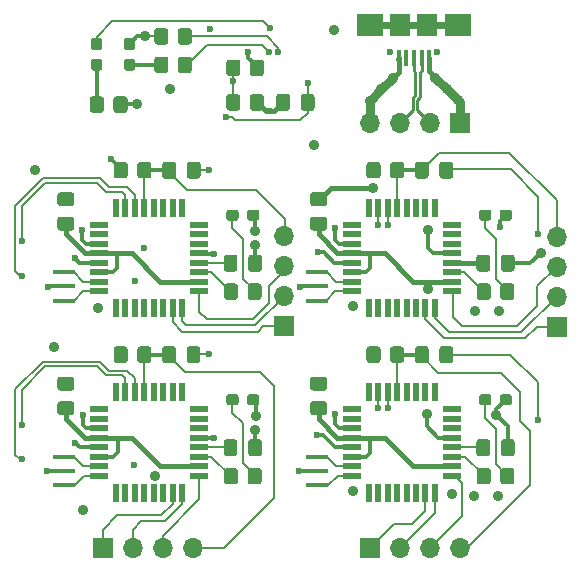
<source format=gbr>
%TF.GenerationSoftware,KiCad,Pcbnew,(5.1.12)-1*%
%TF.CreationDate,2022-03-26T18:35:52+01:00*%
%TF.ProjectId,Duino Coin,4475696e-6f20-4436-9f69-6e2e6b696361,rev?*%
%TF.SameCoordinates,Original*%
%TF.FileFunction,Copper,L1,Top*%
%TF.FilePolarity,Positive*%
%FSLAX46Y46*%
G04 Gerber Fmt 4.6, Leading zero omitted, Abs format (unit mm)*
G04 Created by KiCad (PCBNEW (5.1.12)-1) date 2022-03-26 18:35:52*
%MOMM*%
%LPD*%
G01*
G04 APERTURE LIST*
%TA.AperFunction,ComponentPad*%
%ADD10O,1.700000X1.700000*%
%TD*%
%TA.AperFunction,ComponentPad*%
%ADD11R,1.700000X1.700000*%
%TD*%
%TA.AperFunction,SMDPad,CuDef*%
%ADD12R,1.800000X1.900000*%
%TD*%
%TA.AperFunction,SMDPad,CuDef*%
%ADD13R,2.300000X1.900000*%
%TD*%
%TA.AperFunction,SMDPad,CuDef*%
%ADD14R,0.400000X1.400000*%
%TD*%
%TA.AperFunction,SMDPad,CuDef*%
%ADD15R,1.500000X0.600000*%
%TD*%
%TA.AperFunction,SMDPad,CuDef*%
%ADD16R,0.600000X1.500000*%
%TD*%
%TA.AperFunction,SMDPad,CuDef*%
%ADD17R,1.900000X0.400000*%
%TD*%
%TA.AperFunction,ViaPad*%
%ADD18C,0.600000*%
%TD*%
%TA.AperFunction,ViaPad*%
%ADD19C,0.900000*%
%TD*%
%TA.AperFunction,Conductor*%
%ADD20C,0.200000*%
%TD*%
%TA.AperFunction,Conductor*%
%ADD21C,0.300000*%
%TD*%
%TA.AperFunction,Conductor*%
%ADD22C,0.400000*%
%TD*%
%TA.AperFunction,Conductor*%
%ADD23C,0.800000*%
%TD*%
%TA.AperFunction,Conductor*%
%ADD24C,0.600000*%
%TD*%
%TA.AperFunction,Conductor*%
%ADD25C,0.228600*%
%TD*%
G04 APERTURE END LIST*
D10*
%TO.P,J2,4*%
%TO.N,/SS4*%
X198450200Y-109423200D03*
%TO.P,J2,3*%
%TO.N,/SCK4*%
X198450200Y-111963200D03*
%TO.P,J2,2*%
%TO.N,/MISO4*%
X198450200Y-114503200D03*
D11*
%TO.P,J2,1*%
%TO.N,/MOSI4*%
X198450200Y-117043200D03*
%TD*%
%TO.P,J6,1*%
%TO.N,/MOSI1*%
X175417480Y-117012720D03*
D10*
%TO.P,J6,2*%
%TO.N,/MISO1*%
X175417480Y-114472720D03*
%TO.P,J6,3*%
%TO.N,/SCK1*%
X175417480Y-111932720D03*
%TO.P,J6,4*%
%TO.N,/SS1*%
X175417480Y-109392720D03*
%TD*%
%TO.P,J5,4*%
%TO.N,/SS2*%
X167640000Y-135775700D03*
%TO.P,J5,3*%
%TO.N,/SCK2*%
X165100000Y-135775700D03*
%TO.P,J5,2*%
%TO.N,/MISO2*%
X162560000Y-135775700D03*
D11*
%TO.P,J5,1*%
%TO.N,/MOSI2*%
X160020000Y-135775700D03*
%TD*%
D10*
%TO.P,J3,4*%
%TO.N,/SS3*%
X190284100Y-135801100D03*
%TO.P,J3,3*%
%TO.N,/SCK3*%
X187744100Y-135801100D03*
%TO.P,J3,2*%
%TO.N,/MISO3*%
X185204100Y-135801100D03*
D11*
%TO.P,J3,1*%
%TO.N,/MOSI3*%
X182664100Y-135801100D03*
%TD*%
D12*
%TO.P,J1,6*%
%TO.N,Net-(J1-Pad6)*%
X185222500Y-91473500D03*
X187522500Y-91473500D03*
D13*
X182622500Y-91473500D03*
X190122500Y-91473500D03*
D14*
%TO.P,J1,5*%
%TO.N,GND*%
X185072500Y-94323500D03*
%TO.P,J1,4*%
%TO.N,Net-(J1-Pad4)*%
X185722500Y-94323500D03*
%TO.P,J1,3*%
%TO.N,/D+*%
X186372500Y-94323500D03*
%TO.P,J1,2*%
%TO.N,/D-*%
X187022500Y-94323500D03*
%TO.P,J1,1*%
%TO.N,+5V*%
X187672500Y-94323500D03*
%TD*%
D15*
%TO.P,IC2,1*%
%TO.N,Net-(IC2-Pad1)*%
X181101500Y-124037500D03*
%TO.P,IC2,2*%
%TO.N,Net-(IC2-Pad2)*%
X181101500Y-124837500D03*
%TO.P,IC2,3*%
%TO.N,GND*%
X181101500Y-125637500D03*
%TO.P,IC2,4*%
%TO.N,+5V*%
X181101500Y-126437500D03*
%TO.P,IC2,5*%
%TO.N,GND*%
X181101500Y-127237500D03*
%TO.P,IC2,6*%
%TO.N,+5V*%
X181101500Y-128037500D03*
%TO.P,IC2,7*%
%TO.N,Net-(IC2-Pad7)*%
X181101500Y-128837500D03*
%TO.P,IC2,8*%
%TO.N,Net-(IC2-Pad8)*%
X181101500Y-129637500D03*
D16*
%TO.P,IC2,9*%
%TO.N,Net-(IC2-Pad9)*%
X182551500Y-131087500D03*
%TO.P,IC2,10*%
%TO.N,Net-(IC2-Pad10)*%
X183351500Y-131087500D03*
%TO.P,IC2,11*%
%TO.N,Net-(IC2-Pad11)*%
X184151500Y-131087500D03*
%TO.P,IC2,12*%
%TO.N,Net-(IC2-Pad12)*%
X184951500Y-131087500D03*
%TO.P,IC2,13*%
%TO.N,Net-(IC2-Pad13)*%
X185751500Y-131087500D03*
%TO.P,IC2,14*%
%TO.N,Net-(IC2-Pad14)*%
X186551500Y-131087500D03*
%TO.P,IC2,15*%
%TO.N,/MOSI3*%
X187351500Y-131087500D03*
%TO.P,IC2,16*%
%TO.N,/MISO3*%
X188151500Y-131087500D03*
D15*
%TO.P,IC2,17*%
%TO.N,/SCK3*%
X189601500Y-129637500D03*
%TO.P,IC2,18*%
%TO.N,+5V*%
X189601500Y-128837500D03*
%TO.P,IC2,19*%
%TO.N,Net-(IC2-Pad19)*%
X189601500Y-128037500D03*
%TO.P,IC2,20*%
%TO.N,Net-(C15-Pad1)*%
X189601500Y-127237500D03*
%TO.P,IC2,21*%
%TO.N,GND*%
X189601500Y-126437500D03*
%TO.P,IC2,22*%
%TO.N,Net-(IC2-Pad22)*%
X189601500Y-125637500D03*
%TO.P,IC2,23*%
%TO.N,Net-(IC2-Pad23)*%
X189601500Y-124837500D03*
%TO.P,IC2,24*%
%TO.N,Net-(IC2-Pad24)*%
X189601500Y-124037500D03*
D16*
%TO.P,IC2,25*%
%TO.N,Net-(IC2-Pad25)*%
X188151500Y-122587500D03*
%TO.P,IC2,26*%
%TO.N,Net-(IC2-Pad26)*%
X187351500Y-122587500D03*
%TO.P,IC2,27*%
%TO.N,Net-(IC2-Pad27)*%
X186551500Y-122587500D03*
%TO.P,IC2,28*%
%TO.N,Net-(IC2-Pad28)*%
X185751500Y-122587500D03*
%TO.P,IC2,29*%
%TO.N,/SS3*%
X184951500Y-122587500D03*
%TO.P,IC2,30*%
%TO.N,/RXD_3*%
X184151500Y-122587500D03*
%TO.P,IC2,31*%
%TO.N,/TXD_3*%
X183351500Y-122587500D03*
%TO.P,IC2,32*%
%TO.N,Net-(IC2-Pad32)*%
X182551500Y-122587500D03*
%TD*%
D15*
%TO.P,IC1,1*%
%TO.N,Net-(IC1-Pad1)*%
X159702000Y-124037500D03*
%TO.P,IC1,2*%
%TO.N,Net-(IC1-Pad2)*%
X159702000Y-124837500D03*
%TO.P,IC1,3*%
%TO.N,GND*%
X159702000Y-125637500D03*
%TO.P,IC1,4*%
%TO.N,+5V*%
X159702000Y-126437500D03*
%TO.P,IC1,5*%
%TO.N,GND*%
X159702000Y-127237500D03*
%TO.P,IC1,6*%
%TO.N,+5V*%
X159702000Y-128037500D03*
%TO.P,IC1,7*%
%TO.N,Net-(IC1-Pad7)*%
X159702000Y-128837500D03*
%TO.P,IC1,8*%
%TO.N,Net-(IC1-Pad8)*%
X159702000Y-129637500D03*
D16*
%TO.P,IC1,9*%
%TO.N,Net-(IC1-Pad9)*%
X161152000Y-131087500D03*
%TO.P,IC1,10*%
%TO.N,Net-(IC1-Pad10)*%
X161952000Y-131087500D03*
%TO.P,IC1,11*%
%TO.N,Net-(IC1-Pad11)*%
X162752000Y-131087500D03*
%TO.P,IC1,12*%
%TO.N,Net-(IC1-Pad12)*%
X163552000Y-131087500D03*
%TO.P,IC1,13*%
%TO.N,Net-(IC1-Pad13)*%
X164352000Y-131087500D03*
%TO.P,IC1,14*%
%TO.N,Net-(IC1-Pad14)*%
X165152000Y-131087500D03*
%TO.P,IC1,15*%
%TO.N,/MOSI2*%
X165952000Y-131087500D03*
%TO.P,IC1,16*%
%TO.N,/MISO2*%
X166752000Y-131087500D03*
D15*
%TO.P,IC1,17*%
%TO.N,/SCK2*%
X168202000Y-129637500D03*
%TO.P,IC1,18*%
%TO.N,+5V*%
X168202000Y-128837500D03*
%TO.P,IC1,19*%
%TO.N,Net-(IC1-Pad19)*%
X168202000Y-128037500D03*
%TO.P,IC1,20*%
%TO.N,Net-(C14-Pad1)*%
X168202000Y-127237500D03*
%TO.P,IC1,21*%
%TO.N,GND*%
X168202000Y-126437500D03*
%TO.P,IC1,22*%
%TO.N,Net-(IC1-Pad22)*%
X168202000Y-125637500D03*
%TO.P,IC1,23*%
%TO.N,Net-(IC1-Pad23)*%
X168202000Y-124837500D03*
%TO.P,IC1,24*%
%TO.N,Net-(IC1-Pad24)*%
X168202000Y-124037500D03*
D16*
%TO.P,IC1,25*%
%TO.N,Net-(IC1-Pad25)*%
X166752000Y-122587500D03*
%TO.P,IC1,26*%
%TO.N,Net-(IC1-Pad26)*%
X165952000Y-122587500D03*
%TO.P,IC1,27*%
%TO.N,Net-(IC1-Pad27)*%
X165152000Y-122587500D03*
%TO.P,IC1,28*%
%TO.N,Net-(IC1-Pad28)*%
X164352000Y-122587500D03*
%TO.P,IC1,29*%
%TO.N,/SS2*%
X163552000Y-122587500D03*
%TO.P,IC1,30*%
%TO.N,/RXD_2*%
X162752000Y-122587500D03*
%TO.P,IC1,31*%
%TO.N,/TXD_2*%
X161952000Y-122587500D03*
%TO.P,IC1,32*%
%TO.N,Net-(IC1-Pad32)*%
X161152000Y-122587500D03*
%TD*%
D15*
%TO.P,IC4,1*%
%TO.N,Net-(IC4-Pad1)*%
X181101500Y-108416500D03*
%TO.P,IC4,2*%
%TO.N,Net-(IC4-Pad2)*%
X181101500Y-109216500D03*
%TO.P,IC4,3*%
%TO.N,GND*%
X181101500Y-110016500D03*
%TO.P,IC4,4*%
%TO.N,+5V*%
X181101500Y-110816500D03*
%TO.P,IC4,5*%
%TO.N,GND*%
X181101500Y-111616500D03*
%TO.P,IC4,6*%
%TO.N,+5V*%
X181101500Y-112416500D03*
%TO.P,IC4,7*%
%TO.N,Net-(IC4-Pad7)*%
X181101500Y-113216500D03*
%TO.P,IC4,8*%
%TO.N,Net-(IC4-Pad8)*%
X181101500Y-114016500D03*
D16*
%TO.P,IC4,9*%
%TO.N,Net-(IC4-Pad9)*%
X182551500Y-115466500D03*
%TO.P,IC4,10*%
%TO.N,Net-(IC4-Pad10)*%
X183351500Y-115466500D03*
%TO.P,IC4,11*%
%TO.N,Net-(IC4-Pad11)*%
X184151500Y-115466500D03*
%TO.P,IC4,12*%
%TO.N,Net-(IC4-Pad12)*%
X184951500Y-115466500D03*
%TO.P,IC4,13*%
%TO.N,Net-(IC4-Pad13)*%
X185751500Y-115466500D03*
%TO.P,IC4,14*%
%TO.N,Net-(IC4-Pad14)*%
X186551500Y-115466500D03*
%TO.P,IC4,15*%
%TO.N,/MOSI4*%
X187351500Y-115466500D03*
%TO.P,IC4,16*%
%TO.N,/MISO4*%
X188151500Y-115466500D03*
D15*
%TO.P,IC4,17*%
%TO.N,/SCK4*%
X189601500Y-114016500D03*
%TO.P,IC4,18*%
%TO.N,+5V*%
X189601500Y-113216500D03*
%TO.P,IC4,19*%
%TO.N,Net-(IC4-Pad19)*%
X189601500Y-112416500D03*
%TO.P,IC4,20*%
%TO.N,Net-(C17-Pad1)*%
X189601500Y-111616500D03*
%TO.P,IC4,21*%
%TO.N,GND*%
X189601500Y-110816500D03*
%TO.P,IC4,22*%
%TO.N,Net-(IC4-Pad22)*%
X189601500Y-110016500D03*
%TO.P,IC4,23*%
%TO.N,Net-(IC4-Pad23)*%
X189601500Y-109216500D03*
%TO.P,IC4,24*%
%TO.N,Net-(IC4-Pad24)*%
X189601500Y-108416500D03*
D16*
%TO.P,IC4,25*%
%TO.N,Net-(IC4-Pad25)*%
X188151500Y-106966500D03*
%TO.P,IC4,26*%
%TO.N,Net-(IC4-Pad26)*%
X187351500Y-106966500D03*
%TO.P,IC4,27*%
%TO.N,Net-(IC4-Pad27)*%
X186551500Y-106966500D03*
%TO.P,IC4,28*%
%TO.N,Net-(IC4-Pad28)*%
X185751500Y-106966500D03*
%TO.P,IC4,29*%
%TO.N,/SS4*%
X184951500Y-106966500D03*
%TO.P,IC4,30*%
%TO.N,/RXD_4*%
X184151500Y-106966500D03*
%TO.P,IC4,31*%
%TO.N,/TXD_4*%
X183351500Y-106966500D03*
%TO.P,IC4,32*%
%TO.N,Net-(IC4-Pad32)*%
X182551500Y-106966500D03*
%TD*%
D15*
%TO.P,IC3,1*%
%TO.N,Net-(IC3-Pad1)*%
X159702000Y-108416500D03*
%TO.P,IC3,2*%
%TO.N,Net-(IC3-Pad2)*%
X159702000Y-109216500D03*
%TO.P,IC3,3*%
%TO.N,GND*%
X159702000Y-110016500D03*
%TO.P,IC3,4*%
%TO.N,+5V*%
X159702000Y-110816500D03*
%TO.P,IC3,5*%
%TO.N,GND*%
X159702000Y-111616500D03*
%TO.P,IC3,6*%
%TO.N,+5V*%
X159702000Y-112416500D03*
%TO.P,IC3,7*%
%TO.N,Net-(IC3-Pad7)*%
X159702000Y-113216500D03*
%TO.P,IC3,8*%
%TO.N,Net-(IC3-Pad8)*%
X159702000Y-114016500D03*
D16*
%TO.P,IC3,9*%
%TO.N,Net-(IC3-Pad9)*%
X161152000Y-115466500D03*
%TO.P,IC3,10*%
%TO.N,Net-(IC3-Pad10)*%
X161952000Y-115466500D03*
%TO.P,IC3,11*%
%TO.N,Net-(IC3-Pad11)*%
X162752000Y-115466500D03*
%TO.P,IC3,12*%
%TO.N,Net-(IC3-Pad12)*%
X163552000Y-115466500D03*
%TO.P,IC3,13*%
%TO.N,Net-(IC3-Pad13)*%
X164352000Y-115466500D03*
%TO.P,IC3,14*%
%TO.N,Net-(IC3-Pad14)*%
X165152000Y-115466500D03*
%TO.P,IC3,15*%
%TO.N,/MOSI1*%
X165952000Y-115466500D03*
%TO.P,IC3,16*%
%TO.N,/MISO1*%
X166752000Y-115466500D03*
D15*
%TO.P,IC3,17*%
%TO.N,/SCK1*%
X168202000Y-114016500D03*
%TO.P,IC3,18*%
%TO.N,+5V*%
X168202000Y-113216500D03*
%TO.P,IC3,19*%
%TO.N,Net-(IC3-Pad19)*%
X168202000Y-112416500D03*
%TO.P,IC3,20*%
%TO.N,Net-(C16-Pad1)*%
X168202000Y-111616500D03*
%TO.P,IC3,21*%
%TO.N,GND*%
X168202000Y-110816500D03*
%TO.P,IC3,22*%
%TO.N,Net-(IC3-Pad22)*%
X168202000Y-110016500D03*
%TO.P,IC3,23*%
%TO.N,Net-(IC3-Pad23)*%
X168202000Y-109216500D03*
%TO.P,IC3,24*%
%TO.N,Net-(IC3-Pad24)*%
X168202000Y-108416500D03*
D16*
%TO.P,IC3,25*%
%TO.N,Net-(IC3-Pad25)*%
X166752000Y-106966500D03*
%TO.P,IC3,26*%
%TO.N,Net-(IC3-Pad26)*%
X165952000Y-106966500D03*
%TO.P,IC3,27*%
%TO.N,Net-(IC3-Pad27)*%
X165152000Y-106966500D03*
%TO.P,IC3,28*%
%TO.N,Net-(IC3-Pad28)*%
X164352000Y-106966500D03*
%TO.P,IC3,29*%
%TO.N,/SS1*%
X163552000Y-106966500D03*
%TO.P,IC3,30*%
%TO.N,/RXD_1*%
X162752000Y-106966500D03*
%TO.P,IC3,31*%
%TO.N,/TXD_1*%
X161952000Y-106966500D03*
%TO.P,IC3,32*%
%TO.N,Net-(IC3-Pad32)*%
X161152000Y-106966500D03*
%TD*%
D17*
%TO.P,Y4,2*%
%TO.N,GND*%
X178176000Y-113629500D03*
%TO.P,Y4,1*%
%TO.N,Net-(IC4-Pad7)*%
X178176000Y-112429500D03*
%TO.P,Y4,3*%
%TO.N,Net-(IC4-Pad8)*%
X178176000Y-114829500D03*
%TD*%
%TO.P,Y3,2*%
%TO.N,GND*%
X156776500Y-113629500D03*
%TO.P,Y3,1*%
%TO.N,Net-(IC3-Pad7)*%
X156776500Y-112429500D03*
%TO.P,Y3,3*%
%TO.N,Net-(IC3-Pad8)*%
X156776500Y-114829500D03*
%TD*%
%TO.P,Y2,2*%
%TO.N,GND*%
X178176000Y-129250500D03*
%TO.P,Y2,1*%
%TO.N,Net-(IC2-Pad7)*%
X178176000Y-128050500D03*
%TO.P,Y2,3*%
%TO.N,Net-(IC2-Pad8)*%
X178176000Y-130450500D03*
%TD*%
%TO.P,Y1,2*%
%TO.N,GND*%
X156776500Y-129250500D03*
%TO.P,Y1,1*%
%TO.N,Net-(IC1-Pad7)*%
X156776500Y-128050500D03*
%TO.P,Y1,3*%
%TO.N,Net-(IC1-Pad8)*%
X156776500Y-130450500D03*
%TD*%
D11*
%TO.P,J4,1*%
%TO.N,+5V*%
X190296800Y-99771200D03*
D10*
%TO.P,J4,2*%
%TO.N,/D-*%
X187756800Y-99771200D03*
%TO.P,J4,3*%
%TO.N,/D+*%
X185216800Y-99771200D03*
%TO.P,J4,4*%
%TO.N,GND*%
X182676800Y-99771200D03*
%TD*%
%TO.P,R30,2*%
%TO.N,GND*%
%TA.AperFunction,SMDPad,CuDef*%
G36*
G01*
X160928000Y-98684501D02*
X160928000Y-97784499D01*
G75*
G02*
X161177999Y-97534500I249999J0D01*
G01*
X161878001Y-97534500D01*
G75*
G02*
X162128000Y-97784499I0J-249999D01*
G01*
X162128000Y-98684501D01*
G75*
G02*
X161878001Y-98934500I-249999J0D01*
G01*
X161177999Y-98934500D01*
G75*
G02*
X160928000Y-98684501I0J249999D01*
G01*
G37*
%TD.AperFunction*%
%TO.P,R30,1*%
%TO.N,Net-(D17-Pad1)*%
%TA.AperFunction,SMDPad,CuDef*%
G36*
G01*
X158928000Y-98684501D02*
X158928000Y-97784499D01*
G75*
G02*
X159177999Y-97534500I249999J0D01*
G01*
X159878001Y-97534500D01*
G75*
G02*
X160128000Y-97784499I0J-249999D01*
G01*
X160128000Y-98684501D01*
G75*
G02*
X159878001Y-98934500I-249999J0D01*
G01*
X159177999Y-98934500D01*
G75*
G02*
X158928000Y-98684501I0J249999D01*
G01*
G37*
%TD.AperFunction*%
%TD*%
%TO.P,R28,2*%
%TO.N,Net-(R28-Pad2)*%
%TA.AperFunction,SMDPad,CuDef*%
G36*
G01*
X166389000Y-92906001D02*
X166389000Y-92005999D01*
G75*
G02*
X166638999Y-91756000I249999J0D01*
G01*
X167339001Y-91756000D01*
G75*
G02*
X167589000Y-92005999I0J-249999D01*
G01*
X167589000Y-92906001D01*
G75*
G02*
X167339001Y-93156000I-249999J0D01*
G01*
X166638999Y-93156000D01*
G75*
G02*
X166389000Y-92906001I0J249999D01*
G01*
G37*
%TD.AperFunction*%
%TO.P,R28,1*%
%TO.N,+3V3*%
%TA.AperFunction,SMDPad,CuDef*%
G36*
G01*
X164389000Y-92906001D02*
X164389000Y-92005999D01*
G75*
G02*
X164638999Y-91756000I249999J0D01*
G01*
X165339001Y-91756000D01*
G75*
G02*
X165589000Y-92005999I0J-249999D01*
G01*
X165589000Y-92906001D01*
G75*
G02*
X165339001Y-93156000I-249999J0D01*
G01*
X164638999Y-93156000D01*
G75*
G02*
X164389000Y-92906001I0J249999D01*
G01*
G37*
%TD.AperFunction*%
%TD*%
%TO.P,R27,2*%
%TO.N,Net-(R27-Pad2)*%
%TA.AperFunction,SMDPad,CuDef*%
G36*
G01*
X166389000Y-95319001D02*
X166389000Y-94418999D01*
G75*
G02*
X166638999Y-94169000I249999J0D01*
G01*
X167339001Y-94169000D01*
G75*
G02*
X167589000Y-94418999I0J-249999D01*
G01*
X167589000Y-95319001D01*
G75*
G02*
X167339001Y-95569000I-249999J0D01*
G01*
X166638999Y-95569000D01*
G75*
G02*
X166389000Y-95319001I0J249999D01*
G01*
G37*
%TD.AperFunction*%
%TO.P,R27,1*%
%TO.N,Net-(D13-Pad1)*%
%TA.AperFunction,SMDPad,CuDef*%
G36*
G01*
X164389000Y-95319001D02*
X164389000Y-94418999D01*
G75*
G02*
X164638999Y-94169000I249999J0D01*
G01*
X165339001Y-94169000D01*
G75*
G02*
X165589000Y-94418999I0J-249999D01*
G01*
X165589000Y-95319001D01*
G75*
G02*
X165339001Y-95569000I-249999J0D01*
G01*
X164638999Y-95569000D01*
G75*
G02*
X164389000Y-95319001I0J249999D01*
G01*
G37*
%TD.AperFunction*%
%TD*%
%TO.P,R26,2*%
%TO.N,GND*%
%TA.AperFunction,SMDPad,CuDef*%
G36*
G01*
X172485000Y-98494001D02*
X172485000Y-97593999D01*
G75*
G02*
X172734999Y-97344000I249999J0D01*
G01*
X173435001Y-97344000D01*
G75*
G02*
X173685000Y-97593999I0J-249999D01*
G01*
X173685000Y-98494001D01*
G75*
G02*
X173435001Y-98744000I-249999J0D01*
G01*
X172734999Y-98744000D01*
G75*
G02*
X172485000Y-98494001I0J249999D01*
G01*
G37*
%TD.AperFunction*%
%TO.P,R26,1*%
%TO.N,Net-(R25-Pad2)*%
%TA.AperFunction,SMDPad,CuDef*%
G36*
G01*
X170485000Y-98494001D02*
X170485000Y-97593999D01*
G75*
G02*
X170734999Y-97344000I249999J0D01*
G01*
X171435001Y-97344000D01*
G75*
G02*
X171685000Y-97593999I0J-249999D01*
G01*
X171685000Y-98494001D01*
G75*
G02*
X171435001Y-98744000I-249999J0D01*
G01*
X170734999Y-98744000D01*
G75*
G02*
X170485000Y-98494001I0J249999D01*
G01*
G37*
%TD.AperFunction*%
%TD*%
%TO.P,R25,2*%
%TO.N,Net-(R25-Pad2)*%
%TA.AperFunction,SMDPad,CuDef*%
G36*
G01*
X171685000Y-94672999D02*
X171685000Y-95573001D01*
G75*
G02*
X171435001Y-95823000I-249999J0D01*
G01*
X170734999Y-95823000D01*
G75*
G02*
X170485000Y-95573001I0J249999D01*
G01*
X170485000Y-94672999D01*
G75*
G02*
X170734999Y-94423000I249999J0D01*
G01*
X171435001Y-94423000D01*
G75*
G02*
X171685000Y-94672999I0J-249999D01*
G01*
G37*
%TD.AperFunction*%
%TO.P,R25,1*%
%TO.N,+5V*%
%TA.AperFunction,SMDPad,CuDef*%
G36*
G01*
X173685000Y-94672999D02*
X173685000Y-95573001D01*
G75*
G02*
X173435001Y-95823000I-249999J0D01*
G01*
X172734999Y-95823000D01*
G75*
G02*
X172485000Y-95573001I0J249999D01*
G01*
X172485000Y-94672999D01*
G75*
G02*
X172734999Y-94423000I249999J0D01*
G01*
X173435001Y-94423000D01*
G75*
G02*
X173685000Y-94672999I0J-249999D01*
G01*
G37*
%TD.AperFunction*%
%TD*%
%TO.P,R24,2*%
%TO.N,Net-(IC4-Pad19)*%
%TA.AperFunction,SMDPad,CuDef*%
G36*
G01*
X192889000Y-113623999D02*
X192889000Y-114524001D01*
G75*
G02*
X192639001Y-114774000I-249999J0D01*
G01*
X191938999Y-114774000D01*
G75*
G02*
X191689000Y-114524001I0J249999D01*
G01*
X191689000Y-113623999D01*
G75*
G02*
X191938999Y-113374000I249999J0D01*
G01*
X192639001Y-113374000D01*
G75*
G02*
X192889000Y-113623999I0J-249999D01*
G01*
G37*
%TD.AperFunction*%
%TO.P,R24,1*%
%TO.N,Net-(D12-Pad2)*%
%TA.AperFunction,SMDPad,CuDef*%
G36*
G01*
X194889000Y-113623999D02*
X194889000Y-114524001D01*
G75*
G02*
X194639001Y-114774000I-249999J0D01*
G01*
X193938999Y-114774000D01*
G75*
G02*
X193689000Y-114524001I0J249999D01*
G01*
X193689000Y-113623999D01*
G75*
G02*
X193938999Y-113374000I249999J0D01*
G01*
X194639001Y-113374000D01*
G75*
G02*
X194889000Y-113623999I0J-249999D01*
G01*
G37*
%TD.AperFunction*%
%TD*%
%TO.P,R23,2*%
%TO.N,Net-(IC3-Pad19)*%
%TA.AperFunction,SMDPad,CuDef*%
G36*
G01*
X171489500Y-113623999D02*
X171489500Y-114524001D01*
G75*
G02*
X171239501Y-114774000I-249999J0D01*
G01*
X170539499Y-114774000D01*
G75*
G02*
X170289500Y-114524001I0J249999D01*
G01*
X170289500Y-113623999D01*
G75*
G02*
X170539499Y-113374000I249999J0D01*
G01*
X171239501Y-113374000D01*
G75*
G02*
X171489500Y-113623999I0J-249999D01*
G01*
G37*
%TD.AperFunction*%
%TO.P,R23,1*%
%TO.N,Net-(D11-Pad2)*%
%TA.AperFunction,SMDPad,CuDef*%
G36*
G01*
X173489500Y-113623999D02*
X173489500Y-114524001D01*
G75*
G02*
X173239501Y-114774000I-249999J0D01*
G01*
X172539499Y-114774000D01*
G75*
G02*
X172289500Y-114524001I0J249999D01*
G01*
X172289500Y-113623999D01*
G75*
G02*
X172539499Y-113374000I249999J0D01*
G01*
X173239501Y-113374000D01*
G75*
G02*
X173489500Y-113623999I0J-249999D01*
G01*
G37*
%TD.AperFunction*%
%TD*%
%TO.P,R22,2*%
%TO.N,Net-(IC2-Pad19)*%
%TA.AperFunction,SMDPad,CuDef*%
G36*
G01*
X192889000Y-129244999D02*
X192889000Y-130145001D01*
G75*
G02*
X192639001Y-130395000I-249999J0D01*
G01*
X191938999Y-130395000D01*
G75*
G02*
X191689000Y-130145001I0J249999D01*
G01*
X191689000Y-129244999D01*
G75*
G02*
X191938999Y-128995000I249999J0D01*
G01*
X192639001Y-128995000D01*
G75*
G02*
X192889000Y-129244999I0J-249999D01*
G01*
G37*
%TD.AperFunction*%
%TO.P,R22,1*%
%TO.N,Net-(D10-Pad2)*%
%TA.AperFunction,SMDPad,CuDef*%
G36*
G01*
X194889000Y-129244999D02*
X194889000Y-130145001D01*
G75*
G02*
X194639001Y-130395000I-249999J0D01*
G01*
X193938999Y-130395000D01*
G75*
G02*
X193689000Y-130145001I0J249999D01*
G01*
X193689000Y-129244999D01*
G75*
G02*
X193938999Y-128995000I249999J0D01*
G01*
X194639001Y-128995000D01*
G75*
G02*
X194889000Y-129244999I0J-249999D01*
G01*
G37*
%TD.AperFunction*%
%TD*%
%TO.P,R21,2*%
%TO.N,Net-(IC1-Pad19)*%
%TA.AperFunction,SMDPad,CuDef*%
G36*
G01*
X171489500Y-129244999D02*
X171489500Y-130145001D01*
G75*
G02*
X171239501Y-130395000I-249999J0D01*
G01*
X170539499Y-130395000D01*
G75*
G02*
X170289500Y-130145001I0J249999D01*
G01*
X170289500Y-129244999D01*
G75*
G02*
X170539499Y-128995000I249999J0D01*
G01*
X171239501Y-128995000D01*
G75*
G02*
X171489500Y-129244999I0J-249999D01*
G01*
G37*
%TD.AperFunction*%
%TO.P,R21,1*%
%TO.N,Net-(D9-Pad2)*%
%TA.AperFunction,SMDPad,CuDef*%
G36*
G01*
X173489500Y-129244999D02*
X173489500Y-130145001D01*
G75*
G02*
X173239501Y-130395000I-249999J0D01*
G01*
X172539499Y-130395000D01*
G75*
G02*
X172289500Y-130145001I0J249999D01*
G01*
X172289500Y-129244999D01*
G75*
G02*
X172539499Y-128995000I249999J0D01*
G01*
X173239501Y-128995000D01*
G75*
G02*
X173489500Y-129244999I0J-249999D01*
G01*
G37*
%TD.AperFunction*%
%TD*%
%TO.P,R20,1*%
%TO.N,+5V*%
%TA.AperFunction,SMDPad,CuDef*%
G36*
G01*
X182354500Y-104237001D02*
X182354500Y-103336999D01*
G75*
G02*
X182604499Y-103087000I249999J0D01*
G01*
X183304501Y-103087000D01*
G75*
G02*
X183554500Y-103336999I0J-249999D01*
G01*
X183554500Y-104237001D01*
G75*
G02*
X183304501Y-104487000I-249999J0D01*
G01*
X182604499Y-104487000D01*
G75*
G02*
X182354500Y-104237001I0J249999D01*
G01*
G37*
%TD.AperFunction*%
%TO.P,R20,2*%
%TO.N,/SS4*%
%TA.AperFunction,SMDPad,CuDef*%
G36*
G01*
X184354500Y-104237001D02*
X184354500Y-103336999D01*
G75*
G02*
X184604499Y-103087000I249999J0D01*
G01*
X185304501Y-103087000D01*
G75*
G02*
X185554500Y-103336999I0J-249999D01*
G01*
X185554500Y-104237001D01*
G75*
G02*
X185304501Y-104487000I-249999J0D01*
G01*
X184604499Y-104487000D01*
G75*
G02*
X184354500Y-104237001I0J249999D01*
G01*
G37*
%TD.AperFunction*%
%TD*%
%TO.P,R19,1*%
%TO.N,+5V*%
%TA.AperFunction,SMDPad,CuDef*%
G36*
G01*
X160955000Y-104237001D02*
X160955000Y-103336999D01*
G75*
G02*
X161204999Y-103087000I249999J0D01*
G01*
X161905001Y-103087000D01*
G75*
G02*
X162155000Y-103336999I0J-249999D01*
G01*
X162155000Y-104237001D01*
G75*
G02*
X161905001Y-104487000I-249999J0D01*
G01*
X161204999Y-104487000D01*
G75*
G02*
X160955000Y-104237001I0J249999D01*
G01*
G37*
%TD.AperFunction*%
%TO.P,R19,2*%
%TO.N,/SS1*%
%TA.AperFunction,SMDPad,CuDef*%
G36*
G01*
X162955000Y-104237001D02*
X162955000Y-103336999D01*
G75*
G02*
X163204999Y-103087000I249999J0D01*
G01*
X163905001Y-103087000D01*
G75*
G02*
X164155000Y-103336999I0J-249999D01*
G01*
X164155000Y-104237001D01*
G75*
G02*
X163905001Y-104487000I-249999J0D01*
G01*
X163204999Y-104487000D01*
G75*
G02*
X162955000Y-104237001I0J249999D01*
G01*
G37*
%TD.AperFunction*%
%TD*%
%TO.P,R18,1*%
%TO.N,+5V*%
%TA.AperFunction,SMDPad,CuDef*%
G36*
G01*
X182354500Y-119858001D02*
X182354500Y-118957999D01*
G75*
G02*
X182604499Y-118708000I249999J0D01*
G01*
X183304501Y-118708000D01*
G75*
G02*
X183554500Y-118957999I0J-249999D01*
G01*
X183554500Y-119858001D01*
G75*
G02*
X183304501Y-120108000I-249999J0D01*
G01*
X182604499Y-120108000D01*
G75*
G02*
X182354500Y-119858001I0J249999D01*
G01*
G37*
%TD.AperFunction*%
%TO.P,R18,2*%
%TO.N,/SS3*%
%TA.AperFunction,SMDPad,CuDef*%
G36*
G01*
X184354500Y-119858001D02*
X184354500Y-118957999D01*
G75*
G02*
X184604499Y-118708000I249999J0D01*
G01*
X185304501Y-118708000D01*
G75*
G02*
X185554500Y-118957999I0J-249999D01*
G01*
X185554500Y-119858001D01*
G75*
G02*
X185304501Y-120108000I-249999J0D01*
G01*
X184604499Y-120108000D01*
G75*
G02*
X184354500Y-119858001I0J249999D01*
G01*
G37*
%TD.AperFunction*%
%TD*%
%TO.P,R17,1*%
%TO.N,+5V*%
%TA.AperFunction,SMDPad,CuDef*%
G36*
G01*
X160955000Y-119858001D02*
X160955000Y-118957999D01*
G75*
G02*
X161204999Y-118708000I249999J0D01*
G01*
X161905001Y-118708000D01*
G75*
G02*
X162155000Y-118957999I0J-249999D01*
G01*
X162155000Y-119858001D01*
G75*
G02*
X161905001Y-120108000I-249999J0D01*
G01*
X161204999Y-120108000D01*
G75*
G02*
X160955000Y-119858001I0J249999D01*
G01*
G37*
%TD.AperFunction*%
%TO.P,R17,2*%
%TO.N,/SS2*%
%TA.AperFunction,SMDPad,CuDef*%
G36*
G01*
X162955000Y-119858001D02*
X162955000Y-118957999D01*
G75*
G02*
X163204999Y-118708000I249999J0D01*
G01*
X163905001Y-118708000D01*
G75*
G02*
X164155000Y-118957999I0J-249999D01*
G01*
X164155000Y-119858001D01*
G75*
G02*
X163905001Y-120108000I-249999J0D01*
G01*
X163204999Y-120108000D01*
G75*
G02*
X162955000Y-119858001I0J249999D01*
G01*
G37*
%TD.AperFunction*%
%TD*%
%TO.P,D17,2*%
%TO.N,Net-(D17-Pad2)*%
%TA.AperFunction,SMDPad,CuDef*%
G36*
G01*
X159749500Y-93630000D02*
X159274500Y-93630000D01*
G75*
G02*
X159037000Y-93392500I0J237500D01*
G01*
X159037000Y-92817500D01*
G75*
G02*
X159274500Y-92580000I237500J0D01*
G01*
X159749500Y-92580000D01*
G75*
G02*
X159987000Y-92817500I0J-237500D01*
G01*
X159987000Y-93392500D01*
G75*
G02*
X159749500Y-93630000I-237500J0D01*
G01*
G37*
%TD.AperFunction*%
%TO.P,D17,1*%
%TO.N,Net-(D17-Pad1)*%
%TA.AperFunction,SMDPad,CuDef*%
G36*
G01*
X159749500Y-95380000D02*
X159274500Y-95380000D01*
G75*
G02*
X159037000Y-95142500I0J237500D01*
G01*
X159037000Y-94567500D01*
G75*
G02*
X159274500Y-94330000I237500J0D01*
G01*
X159749500Y-94330000D01*
G75*
G02*
X159987000Y-94567500I0J-237500D01*
G01*
X159987000Y-95142500D01*
G75*
G02*
X159749500Y-95380000I-237500J0D01*
G01*
G37*
%TD.AperFunction*%
%TD*%
%TO.P,D13,2*%
%TO.N,+3V3*%
%TA.AperFunction,SMDPad,CuDef*%
G36*
G01*
X162543500Y-93630000D02*
X162068500Y-93630000D01*
G75*
G02*
X161831000Y-93392500I0J237500D01*
G01*
X161831000Y-92817500D01*
G75*
G02*
X162068500Y-92580000I237500J0D01*
G01*
X162543500Y-92580000D01*
G75*
G02*
X162781000Y-92817500I0J-237500D01*
G01*
X162781000Y-93392500D01*
G75*
G02*
X162543500Y-93630000I-237500J0D01*
G01*
G37*
%TD.AperFunction*%
%TO.P,D13,1*%
%TO.N,Net-(D13-Pad1)*%
%TA.AperFunction,SMDPad,CuDef*%
G36*
G01*
X162543500Y-95380000D02*
X162068500Y-95380000D01*
G75*
G02*
X161831000Y-95142500I0J237500D01*
G01*
X161831000Y-94567500D01*
G75*
G02*
X162068500Y-94330000I237500J0D01*
G01*
X162543500Y-94330000D01*
G75*
G02*
X162781000Y-94567500I0J-237500D01*
G01*
X162781000Y-95142500D01*
G75*
G02*
X162543500Y-95380000I-237500J0D01*
G01*
G37*
%TD.AperFunction*%
%TD*%
%TO.P,D12,2*%
%TO.N,Net-(D12-Pad2)*%
%TA.AperFunction,SMDPad,CuDef*%
G36*
G01*
X192939000Y-107359500D02*
X192939000Y-107834500D01*
G75*
G02*
X192701500Y-108072000I-237500J0D01*
G01*
X192126500Y-108072000D01*
G75*
G02*
X191889000Y-107834500I0J237500D01*
G01*
X191889000Y-107359500D01*
G75*
G02*
X192126500Y-107122000I237500J0D01*
G01*
X192701500Y-107122000D01*
G75*
G02*
X192939000Y-107359500I0J-237500D01*
G01*
G37*
%TD.AperFunction*%
%TO.P,D12,1*%
%TO.N,GND*%
%TA.AperFunction,SMDPad,CuDef*%
G36*
G01*
X194689000Y-107359500D02*
X194689000Y-107834500D01*
G75*
G02*
X194451500Y-108072000I-237500J0D01*
G01*
X193876500Y-108072000D01*
G75*
G02*
X193639000Y-107834500I0J237500D01*
G01*
X193639000Y-107359500D01*
G75*
G02*
X193876500Y-107122000I237500J0D01*
G01*
X194451500Y-107122000D01*
G75*
G02*
X194689000Y-107359500I0J-237500D01*
G01*
G37*
%TD.AperFunction*%
%TD*%
%TO.P,D11,2*%
%TO.N,Net-(D11-Pad2)*%
%TA.AperFunction,SMDPad,CuDef*%
G36*
G01*
X171539500Y-107359500D02*
X171539500Y-107834500D01*
G75*
G02*
X171302000Y-108072000I-237500J0D01*
G01*
X170727000Y-108072000D01*
G75*
G02*
X170489500Y-107834500I0J237500D01*
G01*
X170489500Y-107359500D01*
G75*
G02*
X170727000Y-107122000I237500J0D01*
G01*
X171302000Y-107122000D01*
G75*
G02*
X171539500Y-107359500I0J-237500D01*
G01*
G37*
%TD.AperFunction*%
%TO.P,D11,1*%
%TO.N,GND*%
%TA.AperFunction,SMDPad,CuDef*%
G36*
G01*
X173289500Y-107359500D02*
X173289500Y-107834500D01*
G75*
G02*
X173052000Y-108072000I-237500J0D01*
G01*
X172477000Y-108072000D01*
G75*
G02*
X172239500Y-107834500I0J237500D01*
G01*
X172239500Y-107359500D01*
G75*
G02*
X172477000Y-107122000I237500J0D01*
G01*
X173052000Y-107122000D01*
G75*
G02*
X173289500Y-107359500I0J-237500D01*
G01*
G37*
%TD.AperFunction*%
%TD*%
%TO.P,D10,2*%
%TO.N,Net-(D10-Pad2)*%
%TA.AperFunction,SMDPad,CuDef*%
G36*
G01*
X192939000Y-122980500D02*
X192939000Y-123455500D01*
G75*
G02*
X192701500Y-123693000I-237500J0D01*
G01*
X192126500Y-123693000D01*
G75*
G02*
X191889000Y-123455500I0J237500D01*
G01*
X191889000Y-122980500D01*
G75*
G02*
X192126500Y-122743000I237500J0D01*
G01*
X192701500Y-122743000D01*
G75*
G02*
X192939000Y-122980500I0J-237500D01*
G01*
G37*
%TD.AperFunction*%
%TO.P,D10,1*%
%TO.N,GND*%
%TA.AperFunction,SMDPad,CuDef*%
G36*
G01*
X194689000Y-122980500D02*
X194689000Y-123455500D01*
G75*
G02*
X194451500Y-123693000I-237500J0D01*
G01*
X193876500Y-123693000D01*
G75*
G02*
X193639000Y-123455500I0J237500D01*
G01*
X193639000Y-122980500D01*
G75*
G02*
X193876500Y-122743000I237500J0D01*
G01*
X194451500Y-122743000D01*
G75*
G02*
X194689000Y-122980500I0J-237500D01*
G01*
G37*
%TD.AperFunction*%
%TD*%
%TO.P,D9,2*%
%TO.N,Net-(D9-Pad2)*%
%TA.AperFunction,SMDPad,CuDef*%
G36*
G01*
X171539500Y-122980500D02*
X171539500Y-123455500D01*
G75*
G02*
X171302000Y-123693000I-237500J0D01*
G01*
X170727000Y-123693000D01*
G75*
G02*
X170489500Y-123455500I0J237500D01*
G01*
X170489500Y-122980500D01*
G75*
G02*
X170727000Y-122743000I237500J0D01*
G01*
X171302000Y-122743000D01*
G75*
G02*
X171539500Y-122980500I0J-237500D01*
G01*
G37*
%TD.AperFunction*%
%TO.P,D9,1*%
%TO.N,GND*%
%TA.AperFunction,SMDPad,CuDef*%
G36*
G01*
X173289500Y-122980500D02*
X173289500Y-123455500D01*
G75*
G02*
X173052000Y-123693000I-237500J0D01*
G01*
X172477000Y-123693000D01*
G75*
G02*
X172239500Y-123455500I0J237500D01*
G01*
X172239500Y-122980500D01*
G75*
G02*
X172477000Y-122743000I237500J0D01*
G01*
X173052000Y-122743000D01*
G75*
G02*
X173289500Y-122980500I0J-237500D01*
G01*
G37*
%TD.AperFunction*%
%TD*%
%TO.P,C19,2*%
%TO.N,GND*%
%TA.AperFunction,SMDPad,CuDef*%
G36*
G01*
X175889500Y-97569000D02*
X175889500Y-98519000D01*
G75*
G02*
X175639500Y-98769000I-250000J0D01*
G01*
X174964500Y-98769000D01*
G75*
G02*
X174714500Y-98519000I0J250000D01*
G01*
X174714500Y-97569000D01*
G75*
G02*
X174964500Y-97319000I250000J0D01*
G01*
X175639500Y-97319000D01*
G75*
G02*
X175889500Y-97569000I0J-250000D01*
G01*
G37*
%TD.AperFunction*%
%TO.P,C19,1*%
%TO.N,Net-(C19-Pad1)*%
%TA.AperFunction,SMDPad,CuDef*%
G36*
G01*
X177964500Y-97569000D02*
X177964500Y-98519000D01*
G75*
G02*
X177714500Y-98769000I-250000J0D01*
G01*
X177039500Y-98769000D01*
G75*
G02*
X176789500Y-98519000I0J250000D01*
G01*
X176789500Y-97569000D01*
G75*
G02*
X177039500Y-97319000I250000J0D01*
G01*
X177714500Y-97319000D01*
G75*
G02*
X177964500Y-97569000I0J-250000D01*
G01*
G37*
%TD.AperFunction*%
%TD*%
%TO.P,C17,2*%
%TO.N,GND*%
%TA.AperFunction,SMDPad,CuDef*%
G36*
G01*
X193739000Y-112136000D02*
X193739000Y-111186000D01*
G75*
G02*
X193989000Y-110936000I250000J0D01*
G01*
X194664000Y-110936000D01*
G75*
G02*
X194914000Y-111186000I0J-250000D01*
G01*
X194914000Y-112136000D01*
G75*
G02*
X194664000Y-112386000I-250000J0D01*
G01*
X193989000Y-112386000D01*
G75*
G02*
X193739000Y-112136000I0J250000D01*
G01*
G37*
%TD.AperFunction*%
%TO.P,C17,1*%
%TO.N,Net-(C17-Pad1)*%
%TA.AperFunction,SMDPad,CuDef*%
G36*
G01*
X191664000Y-112136000D02*
X191664000Y-111186000D01*
G75*
G02*
X191914000Y-110936000I250000J0D01*
G01*
X192589000Y-110936000D01*
G75*
G02*
X192839000Y-111186000I0J-250000D01*
G01*
X192839000Y-112136000D01*
G75*
G02*
X192589000Y-112386000I-250000J0D01*
G01*
X191914000Y-112386000D01*
G75*
G02*
X191664000Y-112136000I0J250000D01*
G01*
G37*
%TD.AperFunction*%
%TD*%
%TO.P,C16,2*%
%TO.N,GND*%
%TA.AperFunction,SMDPad,CuDef*%
G36*
G01*
X172339500Y-112136000D02*
X172339500Y-111186000D01*
G75*
G02*
X172589500Y-110936000I250000J0D01*
G01*
X173264500Y-110936000D01*
G75*
G02*
X173514500Y-111186000I0J-250000D01*
G01*
X173514500Y-112136000D01*
G75*
G02*
X173264500Y-112386000I-250000J0D01*
G01*
X172589500Y-112386000D01*
G75*
G02*
X172339500Y-112136000I0J250000D01*
G01*
G37*
%TD.AperFunction*%
%TO.P,C16,1*%
%TO.N,Net-(C16-Pad1)*%
%TA.AperFunction,SMDPad,CuDef*%
G36*
G01*
X170264500Y-112136000D02*
X170264500Y-111186000D01*
G75*
G02*
X170514500Y-110936000I250000J0D01*
G01*
X171189500Y-110936000D01*
G75*
G02*
X171439500Y-111186000I0J-250000D01*
G01*
X171439500Y-112136000D01*
G75*
G02*
X171189500Y-112386000I-250000J0D01*
G01*
X170514500Y-112386000D01*
G75*
G02*
X170264500Y-112136000I0J250000D01*
G01*
G37*
%TD.AperFunction*%
%TD*%
%TO.P,C15,2*%
%TO.N,GND*%
%TA.AperFunction,SMDPad,CuDef*%
G36*
G01*
X193739000Y-127757000D02*
X193739000Y-126807000D01*
G75*
G02*
X193989000Y-126557000I250000J0D01*
G01*
X194664000Y-126557000D01*
G75*
G02*
X194914000Y-126807000I0J-250000D01*
G01*
X194914000Y-127757000D01*
G75*
G02*
X194664000Y-128007000I-250000J0D01*
G01*
X193989000Y-128007000D01*
G75*
G02*
X193739000Y-127757000I0J250000D01*
G01*
G37*
%TD.AperFunction*%
%TO.P,C15,1*%
%TO.N,Net-(C15-Pad1)*%
%TA.AperFunction,SMDPad,CuDef*%
G36*
G01*
X191664000Y-127757000D02*
X191664000Y-126807000D01*
G75*
G02*
X191914000Y-126557000I250000J0D01*
G01*
X192589000Y-126557000D01*
G75*
G02*
X192839000Y-126807000I0J-250000D01*
G01*
X192839000Y-127757000D01*
G75*
G02*
X192589000Y-128007000I-250000J0D01*
G01*
X191914000Y-128007000D01*
G75*
G02*
X191664000Y-127757000I0J250000D01*
G01*
G37*
%TD.AperFunction*%
%TD*%
%TO.P,C14,2*%
%TO.N,GND*%
%TA.AperFunction,SMDPad,CuDef*%
G36*
G01*
X172339500Y-127757000D02*
X172339500Y-126807000D01*
G75*
G02*
X172589500Y-126557000I250000J0D01*
G01*
X173264500Y-126557000D01*
G75*
G02*
X173514500Y-126807000I0J-250000D01*
G01*
X173514500Y-127757000D01*
G75*
G02*
X173264500Y-128007000I-250000J0D01*
G01*
X172589500Y-128007000D01*
G75*
G02*
X172339500Y-127757000I0J250000D01*
G01*
G37*
%TD.AperFunction*%
%TO.P,C14,1*%
%TO.N,Net-(C14-Pad1)*%
%TA.AperFunction,SMDPad,CuDef*%
G36*
G01*
X170264500Y-127757000D02*
X170264500Y-126807000D01*
G75*
G02*
X170514500Y-126557000I250000J0D01*
G01*
X171189500Y-126557000D01*
G75*
G02*
X171439500Y-126807000I0J-250000D01*
G01*
X171439500Y-127757000D01*
G75*
G02*
X171189500Y-128007000I-250000J0D01*
G01*
X170514500Y-128007000D01*
G75*
G02*
X170264500Y-127757000I0J250000D01*
G01*
G37*
%TD.AperFunction*%
%TD*%
%TO.P,C13,2*%
%TO.N,GND*%
%TA.AperFunction,SMDPad,CuDef*%
G36*
G01*
X178778000Y-106829500D02*
X177828000Y-106829500D01*
G75*
G02*
X177578000Y-106579500I0J250000D01*
G01*
X177578000Y-105904500D01*
G75*
G02*
X177828000Y-105654500I250000J0D01*
G01*
X178778000Y-105654500D01*
G75*
G02*
X179028000Y-105904500I0J-250000D01*
G01*
X179028000Y-106579500D01*
G75*
G02*
X178778000Y-106829500I-250000J0D01*
G01*
G37*
%TD.AperFunction*%
%TO.P,C13,1*%
%TO.N,+5V*%
%TA.AperFunction,SMDPad,CuDef*%
G36*
G01*
X178778000Y-108904500D02*
X177828000Y-108904500D01*
G75*
G02*
X177578000Y-108654500I0J250000D01*
G01*
X177578000Y-107979500D01*
G75*
G02*
X177828000Y-107729500I250000J0D01*
G01*
X178778000Y-107729500D01*
G75*
G02*
X179028000Y-107979500I0J-250000D01*
G01*
X179028000Y-108654500D01*
G75*
G02*
X178778000Y-108904500I-250000J0D01*
G01*
G37*
%TD.AperFunction*%
%TD*%
%TO.P,C12,2*%
%TO.N,GND*%
%TA.AperFunction,SMDPad,CuDef*%
G36*
G01*
X157378500Y-106829500D02*
X156428500Y-106829500D01*
G75*
G02*
X156178500Y-106579500I0J250000D01*
G01*
X156178500Y-105904500D01*
G75*
G02*
X156428500Y-105654500I250000J0D01*
G01*
X157378500Y-105654500D01*
G75*
G02*
X157628500Y-105904500I0J-250000D01*
G01*
X157628500Y-106579500D01*
G75*
G02*
X157378500Y-106829500I-250000J0D01*
G01*
G37*
%TD.AperFunction*%
%TO.P,C12,1*%
%TO.N,+5V*%
%TA.AperFunction,SMDPad,CuDef*%
G36*
G01*
X157378500Y-108904500D02*
X156428500Y-108904500D01*
G75*
G02*
X156178500Y-108654500I0J250000D01*
G01*
X156178500Y-107979500D01*
G75*
G02*
X156428500Y-107729500I250000J0D01*
G01*
X157378500Y-107729500D01*
G75*
G02*
X157628500Y-107979500I0J-250000D01*
G01*
X157628500Y-108654500D01*
G75*
G02*
X157378500Y-108904500I-250000J0D01*
G01*
G37*
%TD.AperFunction*%
%TD*%
%TO.P,C11,2*%
%TO.N,GND*%
%TA.AperFunction,SMDPad,CuDef*%
G36*
G01*
X178778000Y-122450500D02*
X177828000Y-122450500D01*
G75*
G02*
X177578000Y-122200500I0J250000D01*
G01*
X177578000Y-121525500D01*
G75*
G02*
X177828000Y-121275500I250000J0D01*
G01*
X178778000Y-121275500D01*
G75*
G02*
X179028000Y-121525500I0J-250000D01*
G01*
X179028000Y-122200500D01*
G75*
G02*
X178778000Y-122450500I-250000J0D01*
G01*
G37*
%TD.AperFunction*%
%TO.P,C11,1*%
%TO.N,+5V*%
%TA.AperFunction,SMDPad,CuDef*%
G36*
G01*
X178778000Y-124525500D02*
X177828000Y-124525500D01*
G75*
G02*
X177578000Y-124275500I0J250000D01*
G01*
X177578000Y-123600500D01*
G75*
G02*
X177828000Y-123350500I250000J0D01*
G01*
X178778000Y-123350500D01*
G75*
G02*
X179028000Y-123600500I0J-250000D01*
G01*
X179028000Y-124275500D01*
G75*
G02*
X178778000Y-124525500I-250000J0D01*
G01*
G37*
%TD.AperFunction*%
%TD*%
%TO.P,C10,2*%
%TO.N,GND*%
%TA.AperFunction,SMDPad,CuDef*%
G36*
G01*
X157378500Y-122450500D02*
X156428500Y-122450500D01*
G75*
G02*
X156178500Y-122200500I0J250000D01*
G01*
X156178500Y-121525500D01*
G75*
G02*
X156428500Y-121275500I250000J0D01*
G01*
X157378500Y-121275500D01*
G75*
G02*
X157628500Y-121525500I0J-250000D01*
G01*
X157628500Y-122200500D01*
G75*
G02*
X157378500Y-122450500I-250000J0D01*
G01*
G37*
%TD.AperFunction*%
%TO.P,C10,1*%
%TO.N,+5V*%
%TA.AperFunction,SMDPad,CuDef*%
G36*
G01*
X157378500Y-124525500D02*
X156428500Y-124525500D01*
G75*
G02*
X156178500Y-124275500I0J250000D01*
G01*
X156178500Y-123600500D01*
G75*
G02*
X156428500Y-123350500I250000J0D01*
G01*
X157378500Y-123350500D01*
G75*
G02*
X157628500Y-123600500I0J-250000D01*
G01*
X157628500Y-124275500D01*
G75*
G02*
X157378500Y-124525500I-250000J0D01*
G01*
G37*
%TD.AperFunction*%
%TD*%
%TO.P,C9,1*%
%TO.N,/DTR_4*%
%TA.AperFunction,SMDPad,CuDef*%
G36*
G01*
X189707000Y-103312000D02*
X189707000Y-104262000D01*
G75*
G02*
X189457000Y-104512000I-250000J0D01*
G01*
X188782000Y-104512000D01*
G75*
G02*
X188532000Y-104262000I0J250000D01*
G01*
X188532000Y-103312000D01*
G75*
G02*
X188782000Y-103062000I250000J0D01*
G01*
X189457000Y-103062000D01*
G75*
G02*
X189707000Y-103312000I0J-250000D01*
G01*
G37*
%TD.AperFunction*%
%TO.P,C9,2*%
%TO.N,/SS4*%
%TA.AperFunction,SMDPad,CuDef*%
G36*
G01*
X187632000Y-103312000D02*
X187632000Y-104262000D01*
G75*
G02*
X187382000Y-104512000I-250000J0D01*
G01*
X186707000Y-104512000D01*
G75*
G02*
X186457000Y-104262000I0J250000D01*
G01*
X186457000Y-103312000D01*
G75*
G02*
X186707000Y-103062000I250000J0D01*
G01*
X187382000Y-103062000D01*
G75*
G02*
X187632000Y-103312000I0J-250000D01*
G01*
G37*
%TD.AperFunction*%
%TD*%
%TO.P,C8,1*%
%TO.N,/DTR_1*%
%TA.AperFunction,SMDPad,CuDef*%
G36*
G01*
X168312500Y-103312000D02*
X168312500Y-104262000D01*
G75*
G02*
X168062500Y-104512000I-250000J0D01*
G01*
X167387500Y-104512000D01*
G75*
G02*
X167137500Y-104262000I0J250000D01*
G01*
X167137500Y-103312000D01*
G75*
G02*
X167387500Y-103062000I250000J0D01*
G01*
X168062500Y-103062000D01*
G75*
G02*
X168312500Y-103312000I0J-250000D01*
G01*
G37*
%TD.AperFunction*%
%TO.P,C8,2*%
%TO.N,/SS1*%
%TA.AperFunction,SMDPad,CuDef*%
G36*
G01*
X166237500Y-103312000D02*
X166237500Y-104262000D01*
G75*
G02*
X165987500Y-104512000I-250000J0D01*
G01*
X165312500Y-104512000D01*
G75*
G02*
X165062500Y-104262000I0J250000D01*
G01*
X165062500Y-103312000D01*
G75*
G02*
X165312500Y-103062000I250000J0D01*
G01*
X165987500Y-103062000D01*
G75*
G02*
X166237500Y-103312000I0J-250000D01*
G01*
G37*
%TD.AperFunction*%
%TD*%
%TO.P,C7,1*%
%TO.N,/DTR_3*%
%TA.AperFunction,SMDPad,CuDef*%
G36*
G01*
X189707000Y-118933000D02*
X189707000Y-119883000D01*
G75*
G02*
X189457000Y-120133000I-250000J0D01*
G01*
X188782000Y-120133000D01*
G75*
G02*
X188532000Y-119883000I0J250000D01*
G01*
X188532000Y-118933000D01*
G75*
G02*
X188782000Y-118683000I250000J0D01*
G01*
X189457000Y-118683000D01*
G75*
G02*
X189707000Y-118933000I0J-250000D01*
G01*
G37*
%TD.AperFunction*%
%TO.P,C7,2*%
%TO.N,/SS3*%
%TA.AperFunction,SMDPad,CuDef*%
G36*
G01*
X187632000Y-118933000D02*
X187632000Y-119883000D01*
G75*
G02*
X187382000Y-120133000I-250000J0D01*
G01*
X186707000Y-120133000D01*
G75*
G02*
X186457000Y-119883000I0J250000D01*
G01*
X186457000Y-118933000D01*
G75*
G02*
X186707000Y-118683000I250000J0D01*
G01*
X187382000Y-118683000D01*
G75*
G02*
X187632000Y-118933000I0J-250000D01*
G01*
G37*
%TD.AperFunction*%
%TD*%
%TO.P,C6,1*%
%TO.N,/DTR_2*%
%TA.AperFunction,SMDPad,CuDef*%
G36*
G01*
X168307500Y-118933000D02*
X168307500Y-119883000D01*
G75*
G02*
X168057500Y-120133000I-250000J0D01*
G01*
X167382500Y-120133000D01*
G75*
G02*
X167132500Y-119883000I0J250000D01*
G01*
X167132500Y-118933000D01*
G75*
G02*
X167382500Y-118683000I250000J0D01*
G01*
X168057500Y-118683000D01*
G75*
G02*
X168307500Y-118933000I0J-250000D01*
G01*
G37*
%TD.AperFunction*%
%TO.P,C6,2*%
%TO.N,/SS2*%
%TA.AperFunction,SMDPad,CuDef*%
G36*
G01*
X166232500Y-118933000D02*
X166232500Y-119883000D01*
G75*
G02*
X165982500Y-120133000I-250000J0D01*
G01*
X165307500Y-120133000D01*
G75*
G02*
X165057500Y-119883000I0J250000D01*
G01*
X165057500Y-118933000D01*
G75*
G02*
X165307500Y-118683000I250000J0D01*
G01*
X165982500Y-118683000D01*
G75*
G02*
X166232500Y-118933000I0J-250000D01*
G01*
G37*
%TD.AperFunction*%
%TD*%
D18*
%TO.N,*%
X188371480Y-93766640D03*
X184370980Y-93766640D03*
D19*
%TO.N,GND*%
X156870400Y-106172000D03*
X172923200Y-110134400D03*
X162966400Y-98196400D03*
X156921200Y-121818400D03*
X172923200Y-125780800D03*
X165760400Y-96926400D03*
X179578000Y-91948000D03*
D18*
X169468800Y-126441200D03*
X176631600Y-129235200D03*
X155346400Y-129235200D03*
X157683200Y-126847600D03*
X158343600Y-124510800D03*
X162661600Y-128778000D03*
D19*
X172974000Y-124561600D03*
X172923200Y-108915200D03*
D18*
X169468800Y-110845600D03*
X155397200Y-113639600D03*
X158292800Y-108813600D03*
X162763200Y-113131600D03*
X157683200Y-111252000D03*
X176733200Y-113639600D03*
X179730400Y-108661200D03*
X178257200Y-110744000D03*
D19*
X187553600Y-108864400D03*
D18*
X193700400Y-108610400D03*
X174193200Y-98806000D03*
X169113200Y-91846400D03*
D19*
X182676800Y-97891600D03*
X183616600Y-96951800D03*
X184607200Y-95961200D03*
D18*
X179730400Y-124460000D03*
X178155600Y-126238000D03*
D19*
X187452000Y-124460000D03*
X177952400Y-101650800D03*
X191427102Y-131394200D03*
X191528700Y-115709700D03*
X197104000Y-110782100D03*
X193357500Y-124510800D03*
X178303000Y-121863028D03*
X182900320Y-105333800D03*
D18*
%TO.N,+5V*%
X161645600Y-119024400D03*
D19*
X182930800Y-119430800D03*
X182930800Y-103835200D03*
X154330400Y-103784400D03*
X156903500Y-108317000D03*
X178303000Y-108317000D03*
X178303000Y-123957000D03*
X156903500Y-123938000D03*
X155905200Y-118770400D03*
X159664400Y-115417600D03*
X158394400Y-132537200D03*
D18*
X160731200Y-102870000D03*
D19*
X193569500Y-115697000D03*
X181254400Y-115316000D03*
D18*
X172339000Y-93802200D03*
D19*
X188193680Y-95945960D03*
X190136780Y-97881440D03*
X189141100Y-96944180D03*
X181254400Y-130962400D03*
X189585600Y-131216400D03*
X193533350Y-131354150D03*
D18*
X163499800Y-110363000D03*
D19*
X164465000Y-129654300D03*
X187528200Y-113880900D03*
D18*
%TO.N,Net-(R25-Pad2)*%
X171069000Y-96266000D03*
%TO.N,Net-(R27-Pad2)*%
X174117000Y-93789500D03*
%TO.N,Net-(R28-Pad2)*%
X174879000Y-93789500D03*
D19*
%TO.N,+3V3*%
X163576000Y-92456000D03*
D18*
%TO.N,Net-(D17-Pad2)*%
X174180500Y-91757500D03*
%TO.N,Net-(C19-Pad1)*%
X177419000Y-96393000D03*
X170484800Y-99314000D03*
%TO.N,/DTR_2*%
X169011600Y-119380000D03*
%TO.N,/DTR_3*%
X196850000Y-124917200D03*
%TO.N,/DTR_1*%
X169011600Y-103784400D03*
%TO.N,/DTR_4*%
X196900800Y-109220000D03*
%TO.N,/RXD_4*%
X184150000Y-108458000D03*
%TO.N,/TXD_4*%
X183337200Y-108458000D03*
%TO.N,/RXD_2*%
X153212800Y-128270000D03*
%TO.N,/TXD_2*%
X153212800Y-125323600D03*
%TO.N,/RXD_3*%
X184200800Y-123952000D03*
%TO.N,/TXD_3*%
X183337200Y-123952000D03*
%TO.N,/RXD_1*%
X153212800Y-112725200D03*
%TO.N,/TXD_1*%
X153212800Y-109778800D03*
%TD*%
D20*
%TO.N,Net-(IC1-Pad19)*%
X170832000Y-129637500D02*
X170889500Y-129695000D01*
X170889500Y-129695000D02*
X170889500Y-129948100D01*
X169232000Y-128037500D02*
X170889500Y-129695000D01*
X168202000Y-128037500D02*
X169232000Y-128037500D01*
%TO.N,Net-(IC2-Pad19)*%
X192231500Y-129637500D02*
X192289000Y-129695000D01*
X191820800Y-130163200D02*
X192289000Y-129695000D01*
X192289000Y-129586800D02*
X192289000Y-129695000D01*
X190739700Y-128037500D02*
X192289000Y-129586800D01*
X189601500Y-128037500D02*
X190739700Y-128037500D01*
%TO.N,Net-(IC3-Pad19)*%
X168202000Y-112416500D02*
X169232000Y-112416500D01*
X169232000Y-112416500D02*
X170889500Y-114074000D01*
%TO.N,Net-(IC4-Pad19)*%
X190631500Y-112416500D02*
X192289000Y-114074000D01*
X189601500Y-112416500D02*
X190631500Y-112416500D01*
D21*
%TO.N,GND*%
X158652000Y-125637500D02*
X159702000Y-125637500D01*
X158343600Y-125329100D02*
X158652000Y-125637500D01*
X158343600Y-124510800D02*
X158343600Y-125329100D01*
X169465100Y-126437500D02*
X169468800Y-126441200D01*
X168202000Y-126437500D02*
X169465100Y-126437500D01*
X172927000Y-125784600D02*
X172923200Y-125780800D01*
X172927000Y-127282000D02*
X172927000Y-125784600D01*
X172974000Y-123427500D02*
X172764500Y-123218000D01*
X172974000Y-124561600D02*
X172974000Y-123427500D01*
X176646900Y-129250500D02*
X176631600Y-129235200D01*
X178176000Y-129250500D02*
X176646900Y-129250500D01*
X155361700Y-129250500D02*
X155346400Y-129235200D01*
X156776500Y-129250500D02*
X155361700Y-129250500D01*
X172927000Y-110138200D02*
X172923200Y-110134400D01*
X172927000Y-111661000D02*
X172927000Y-110138200D01*
X172923200Y-107755700D02*
X172764500Y-107597000D01*
X172923200Y-108915200D02*
X172923200Y-107755700D01*
X155407300Y-113629500D02*
X155397200Y-113639600D01*
X156776500Y-113629500D02*
X155407300Y-113629500D01*
X158292800Y-109657300D02*
X158652000Y-110016500D01*
X158652000Y-110016500D02*
X159702000Y-110016500D01*
X158292800Y-108813600D02*
X158292800Y-109657300D01*
X168231100Y-110845600D02*
X168202000Y-110816500D01*
X169468800Y-110845600D02*
X168231100Y-110845600D01*
X158073100Y-127237500D02*
X157683200Y-126847600D01*
X159702000Y-127237500D02*
X158073100Y-127237500D01*
X158047700Y-111616500D02*
X157683200Y-111252000D01*
X159702000Y-111616500D02*
X158047700Y-111616500D01*
X176743300Y-113629500D02*
X176733200Y-113639600D01*
X178176000Y-113629500D02*
X176743300Y-113629500D01*
X180051500Y-110016500D02*
X179730400Y-109695400D01*
X179730400Y-109695400D02*
X179730400Y-108661200D01*
X181101500Y-110016500D02*
X180051500Y-110016500D01*
X181101500Y-111616500D02*
X179637700Y-111616500D01*
X178765200Y-110744000D02*
X178257200Y-110744000D01*
X179637700Y-111616500D02*
X178765200Y-110744000D01*
X189601500Y-110816500D02*
X188032500Y-110816500D01*
X187553600Y-110337600D02*
X187553600Y-108864400D01*
X188032500Y-110816500D02*
X187553600Y-110337600D01*
X193700400Y-108060600D02*
X194164000Y-107597000D01*
X193700400Y-108610400D02*
X193700400Y-108060600D01*
D22*
X173847000Y-98806000D02*
X173085000Y-98044000D01*
X174193200Y-98806000D02*
X173847000Y-98806000D01*
X174540000Y-98806000D02*
X175302000Y-98044000D01*
X174193200Y-98806000D02*
X174540000Y-98806000D01*
X182676800Y-97891600D02*
X182676800Y-97891600D01*
D23*
X182676800Y-97891600D02*
X182676800Y-99771200D01*
X183616600Y-96951800D02*
X182676800Y-97891600D01*
X184607200Y-95961200D02*
X183616600Y-96951800D01*
D22*
X185060400Y-94335600D02*
X185072500Y-94323500D01*
D21*
X179730400Y-125316400D02*
X179730400Y-124460000D01*
X180051500Y-125637500D02*
X179730400Y-125316400D01*
X181101500Y-125637500D02*
X180051500Y-125637500D01*
X178714400Y-126238000D02*
X178155600Y-126238000D01*
X179713900Y-127237500D02*
X178714400Y-126238000D01*
X181101500Y-127237500D02*
X179713900Y-127237500D01*
X194349300Y-127304800D02*
X194326500Y-127282000D01*
X188413500Y-126437500D02*
X189601500Y-126437500D01*
X187452000Y-125476000D02*
X188413500Y-126437500D01*
X187452000Y-124460000D02*
X187452000Y-125476000D01*
X161566100Y-98196400D02*
X161528000Y-98234500D01*
X162966400Y-98196400D02*
X161566100Y-98196400D01*
D22*
X185072500Y-95495900D02*
X184607200Y-95961200D01*
X185072500Y-94323500D02*
X185072500Y-95495900D01*
D21*
X194326500Y-111661000D02*
X196225100Y-111661000D01*
X196225100Y-111661000D02*
X197104000Y-110782100D01*
X194326500Y-127282000D02*
X194326500Y-125479800D01*
X194326500Y-125479800D02*
X193357500Y-124510800D01*
X193357500Y-124024500D02*
X193357500Y-124510800D01*
X194164000Y-123218000D02*
X193357500Y-124024500D01*
X178303000Y-121863000D02*
X178303000Y-121863028D01*
D22*
X179359560Y-105333800D02*
X182900320Y-105333800D01*
X178451360Y-106242000D02*
X179359560Y-105333800D01*
X178303000Y-106242000D02*
X178451360Y-106242000D01*
D20*
%TO.N,Net-(D9-Pad2)*%
X172889500Y-129607000D02*
X172889500Y-129695000D01*
X171894500Y-128612000D02*
X172889500Y-129607000D01*
X171894500Y-125222000D02*
X171894500Y-128612000D01*
X171014500Y-124342000D02*
X171894500Y-125222000D01*
X171014500Y-123218000D02*
X171014500Y-124342000D01*
%TO.N,Net-(D10-Pad2)*%
X194289000Y-129638750D02*
X194289000Y-129695000D01*
X193294000Y-128643750D02*
X194289000Y-129638750D01*
X193294000Y-125679200D02*
X193294000Y-128643750D01*
X192414000Y-124799200D02*
X193294000Y-125679200D01*
X192414000Y-123218000D02*
X192414000Y-124799200D01*
D21*
%TO.N,+5V*%
X182299700Y-112441900D02*
X182680500Y-112061100D01*
X182680500Y-112061100D02*
X182680500Y-110841900D01*
X181088800Y-112441900D02*
X182299700Y-112441900D01*
X160862100Y-112441900D02*
X161242900Y-112061100D01*
X161242900Y-112061100D02*
X161242900Y-110841900D01*
X159651200Y-112441900D02*
X160862100Y-112441900D01*
X182299700Y-128088300D02*
X182680500Y-127707500D01*
X182680500Y-127707500D02*
X182680500Y-126488300D01*
X181088800Y-128088300D02*
X182299700Y-128088300D01*
D22*
X179904500Y-110816500D02*
X181101500Y-110816500D01*
X178303000Y-108317000D02*
X178303000Y-108317000D01*
X178303000Y-109215000D02*
X179904500Y-110816500D01*
X178303000Y-123938000D02*
X178303000Y-123957000D01*
X159702000Y-110816500D02*
X162505500Y-110816500D01*
X162505500Y-110816500D02*
X164905500Y-113216500D01*
X164905500Y-113216500D02*
X168202000Y-113216500D01*
X181101500Y-126437500D02*
X183905000Y-126437500D01*
X183905000Y-126437500D02*
X186305000Y-128837500D01*
X186305000Y-128837500D02*
X189601500Y-128837500D01*
X156903500Y-123938000D02*
X156903500Y-123938000D01*
X156903500Y-124836000D02*
X158505000Y-126437500D01*
X158505000Y-126437500D02*
X159702000Y-126437500D01*
X162505500Y-126437500D02*
X164905500Y-128837500D01*
X164905500Y-128837500D02*
X168202000Y-128837500D01*
X181101500Y-110816500D02*
X183905000Y-110816500D01*
X183905000Y-110816500D02*
X186305000Y-113216500D01*
X186305000Y-113216500D02*
X189601500Y-113216500D01*
D21*
X159702000Y-128037500D02*
X160912900Y-128037500D01*
X161293700Y-127656700D02*
X161293700Y-126437500D01*
X160912900Y-128037500D02*
X161293700Y-127656700D01*
D22*
X161293700Y-126437500D02*
X162505500Y-126437500D01*
X159702000Y-126437500D02*
X161293700Y-126437500D01*
X156903500Y-108317000D02*
X156903500Y-108317000D01*
X158505000Y-110816500D02*
X159702000Y-110816500D01*
X156903500Y-109215000D02*
X158505000Y-110816500D01*
X156903500Y-123938000D02*
X156903500Y-124836000D01*
X156903500Y-108317000D02*
X156903500Y-109215000D01*
X178303000Y-108317000D02*
X178303000Y-109215000D01*
D21*
X161555000Y-103693800D02*
X160731200Y-102870000D01*
X161555000Y-103787000D02*
X161555000Y-103693800D01*
X173085000Y-95005400D02*
X173085000Y-95123000D01*
X172339000Y-94259400D02*
X173085000Y-95005400D01*
X172339000Y-93802200D02*
X172339000Y-94259400D01*
D23*
X190296800Y-98041460D02*
X190136780Y-97881440D01*
X190296800Y-99771200D02*
X190296800Y-98041460D01*
X190078360Y-97881440D02*
X189141100Y-96944180D01*
X190136780Y-97881440D02*
X190078360Y-97881440D01*
X189141100Y-96893380D02*
X188193680Y-95945960D01*
X189141100Y-96944180D02*
X189141100Y-96893380D01*
D22*
X187672500Y-95424780D02*
X188193680Y-95945960D01*
X187672500Y-94323500D02*
X187672500Y-95424780D01*
X178303000Y-123957000D02*
X178303000Y-124836000D01*
X179904500Y-126437500D02*
X181101500Y-126437500D01*
X178303000Y-124836000D02*
X179904500Y-126437500D01*
D20*
%TO.N,Net-(D11-Pad2)*%
X172889500Y-113961500D02*
X172889500Y-114074000D01*
X171894500Y-112966500D02*
X172889500Y-113961500D01*
X171894500Y-109601000D02*
X171894500Y-112966500D01*
X171014500Y-108721000D02*
X171894500Y-109601000D01*
X171014500Y-107597000D02*
X171014500Y-108721000D01*
%TO.N,Net-(D12-Pad2)*%
X194289000Y-113961500D02*
X194289000Y-114074000D01*
X193294000Y-112966500D02*
X194289000Y-113961500D01*
X192414000Y-108721000D02*
X193294000Y-109601000D01*
X193294000Y-109601000D02*
X193294000Y-112966500D01*
X192414000Y-107597000D02*
X192414000Y-108721000D01*
%TO.N,Net-(IC4-Pad8)*%
X178921500Y-114829500D02*
X178176000Y-114829500D01*
X179734500Y-114016500D02*
X178921500Y-114829500D01*
X181101500Y-114016500D02*
X179734500Y-114016500D01*
%TO.N,Net-(IC4-Pad7)*%
X178977500Y-112429500D02*
X178176000Y-112429500D01*
X179764500Y-113216500D02*
X178977500Y-112429500D01*
X181101500Y-113216500D02*
X179764500Y-113216500D01*
%TO.N,Net-(IC1-Pad8)*%
X157649000Y-130450500D02*
X156776500Y-130450500D01*
X158462000Y-129637500D02*
X157649000Y-130450500D01*
X159702000Y-129637500D02*
X158462000Y-129637500D01*
%TO.N,Net-(IC1-Pad7)*%
X158365000Y-128837500D02*
X159702000Y-128837500D01*
X157578000Y-128050500D02*
X158365000Y-128837500D01*
X156776500Y-128050500D02*
X157578000Y-128050500D01*
%TO.N,Net-(IC2-Pad8)*%
X179112000Y-130450500D02*
X178176000Y-130450500D01*
X179925000Y-129637500D02*
X179112000Y-130450500D01*
X181101500Y-129637500D02*
X179925000Y-129637500D01*
%TO.N,Net-(IC2-Pad7)*%
X178977500Y-128050500D02*
X178176000Y-128050500D01*
X179764500Y-128837500D02*
X178977500Y-128050500D01*
X181101500Y-128837500D02*
X179764500Y-128837500D01*
%TO.N,Net-(IC3-Pad8)*%
X157585500Y-114829500D02*
X156776500Y-114829500D01*
X158398500Y-114016500D02*
X157585500Y-114829500D01*
X159702000Y-114016500D02*
X158398500Y-114016500D01*
%TO.N,Net-(IC3-Pad7)*%
X157578000Y-112429500D02*
X156776500Y-112429500D01*
X158365000Y-113216500D02*
X157578000Y-112429500D01*
X159702000Y-113216500D02*
X158365000Y-113216500D01*
%TO.N,Net-(C14-Pad1)*%
X170807500Y-127237500D02*
X170852000Y-127282000D01*
X168202000Y-127237500D02*
X170807500Y-127237500D01*
%TO.N,Net-(C15-Pad1)*%
X192207000Y-127237500D02*
X192251500Y-127282000D01*
X189601500Y-127237500D02*
X192207000Y-127237500D01*
%TO.N,Net-(C16-Pad1)*%
X170807500Y-111616500D02*
X170852000Y-111661000D01*
X168202000Y-111616500D02*
X170807500Y-111616500D01*
D22*
%TO.N,Net-(C17-Pad1)*%
X192207000Y-111616500D02*
X192251500Y-111661000D01*
X189601500Y-111616500D02*
X192207000Y-111616500D01*
D21*
%TO.N,Net-(D13-Pad1)*%
X164975000Y-94855000D02*
X164989000Y-94869000D01*
X162306000Y-94855000D02*
X164975000Y-94855000D01*
%TO.N,Net-(D17-Pad1)*%
X159512000Y-98218500D02*
X159528000Y-98234500D01*
X159512000Y-94855000D02*
X159512000Y-98218500D01*
D20*
%TO.N,Net-(R25-Pad2)*%
X171085000Y-96282000D02*
X171069000Y-96266000D01*
X171085000Y-98044000D02*
X171085000Y-96282000D01*
X171069000Y-95139000D02*
X171085000Y-95123000D01*
X171069000Y-96266000D02*
X171069000Y-95139000D01*
%TO.N,Net-(R27-Pad2)*%
X166989000Y-94869000D02*
X167195500Y-94869000D01*
X167195500Y-94869000D02*
X168846500Y-93218000D01*
X173545500Y-93218000D02*
X174117000Y-93789500D01*
X168846500Y-93218000D02*
X173545500Y-93218000D01*
%TO.N,Net-(R28-Pad2)*%
X166989000Y-92456000D02*
X173926500Y-92456000D01*
X174879000Y-93408500D02*
X174879000Y-93789500D01*
X173926500Y-92456000D02*
X174879000Y-93408500D01*
%TO.N,+3V3*%
X164989000Y-92456000D02*
X164989000Y-92456000D01*
X164989000Y-92456000D02*
X163576000Y-92456000D01*
D21*
X162915600Y-92456000D02*
X163576000Y-92456000D01*
X162306000Y-93105000D02*
X162306000Y-93065600D01*
X162306000Y-93065600D02*
X162915600Y-92456000D01*
D20*
%TO.N,Net-(D17-Pad2)*%
X159512000Y-93105000D02*
X159512000Y-92519500D01*
X159512000Y-92519500D02*
X160845500Y-91186000D01*
X173609000Y-91186000D02*
X174180500Y-91757500D01*
X160845500Y-91186000D02*
X173609000Y-91186000D01*
%TO.N,Net-(C19-Pad1)*%
X177419000Y-98002000D02*
X177377000Y-98044000D01*
X177419000Y-96393000D02*
X177419000Y-98002000D01*
X170942000Y-99314000D02*
X170484800Y-99314000D01*
X171196000Y-99568000D02*
X170942000Y-99314000D01*
X176733200Y-99568000D02*
X171196000Y-99568000D01*
X177377000Y-98924200D02*
X176733200Y-99568000D01*
X177377000Y-98044000D02*
X177377000Y-98924200D01*
D24*
%TO.N,Net-(J1-Pad6)*%
X182622500Y-91473500D02*
X185222500Y-91473500D01*
X185222500Y-91473500D02*
X187522500Y-91473500D01*
X187522500Y-91473500D02*
X190122500Y-91473500D01*
D21*
%TO.N,/SS2*%
X163555000Y-119408000D02*
X165645000Y-119408000D01*
D20*
X163552000Y-119411000D02*
X163555000Y-119408000D01*
X163552000Y-122587500D02*
X163552000Y-119411000D01*
X167017700Y-120878600D02*
X165645000Y-119505900D01*
X173355000Y-120878600D02*
X167017700Y-120878600D01*
X174561500Y-122085100D02*
X173355000Y-120878600D01*
X165645000Y-119505900D02*
X165645000Y-119408000D01*
X174561500Y-131533900D02*
X174561500Y-122085100D01*
X170319700Y-135775700D02*
X174561500Y-131533900D01*
X167640000Y-135775700D02*
X170319700Y-135775700D01*
%TO.N,/DTR_2*%
X167727600Y-119380000D02*
X167725000Y-119382600D01*
X169011600Y-119380000D02*
X167727600Y-119380000D01*
D21*
%TO.N,/SS3*%
X184954500Y-119408000D02*
X187044500Y-119408000D01*
D20*
X184951500Y-119411000D02*
X184954500Y-119408000D01*
X184951500Y-122587500D02*
X184951500Y-119411000D01*
X187044500Y-119544000D02*
X187044500Y-119408000D01*
X188417200Y-120916700D02*
X187044500Y-119544000D01*
X195364100Y-122529600D02*
X193751200Y-120916700D01*
X196215000Y-125857000D02*
X195364100Y-125006100D01*
X196215000Y-130479800D02*
X196215000Y-125857000D01*
X193751200Y-120916700D02*
X188417200Y-120916700D01*
X190893700Y-135801100D02*
X196215000Y-130479800D01*
X195364100Y-125006100D02*
X195364100Y-122529600D01*
X190284100Y-135801100D02*
X190893700Y-135801100D01*
%TO.N,/DTR_3*%
X189119500Y-119408000D02*
X194541200Y-119408000D01*
X196850000Y-121716800D02*
X196850000Y-124917200D01*
X194541200Y-119408000D02*
X196850000Y-121716800D01*
D21*
%TO.N,/SS1*%
X163555000Y-103787000D02*
X165650000Y-103787000D01*
D20*
X163552000Y-103790000D02*
X163555000Y-103787000D01*
X163552000Y-106966500D02*
X163552000Y-103790000D01*
X165650000Y-103917840D02*
X165650000Y-103787000D01*
X167167560Y-105435400D02*
X165650000Y-103917840D01*
X172968920Y-105435400D02*
X167167560Y-105435400D01*
X175425100Y-107891580D02*
X172968920Y-105435400D01*
X175425100Y-109143800D02*
X175425100Y-107891580D01*
%TO.N,/DTR_1*%
X169011600Y-103784400D02*
X167727600Y-103784400D01*
X167727600Y-103784400D02*
X167725000Y-103787000D01*
D21*
%TO.N,/SS4*%
X184954500Y-103787000D02*
X187044500Y-103787000D01*
D20*
X184951500Y-103790000D02*
X184954500Y-103787000D01*
X184951500Y-106966500D02*
X184951500Y-103790000D01*
X198450200Y-109423200D02*
X198450200Y-106324400D01*
X198450200Y-106324400D02*
X194462400Y-102336600D01*
X188494900Y-102336600D02*
X187044500Y-103787000D01*
X194462400Y-102336600D02*
X188494900Y-102336600D01*
%TO.N,/DTR_4*%
X196900800Y-106019600D02*
X196900800Y-109220000D01*
X189170300Y-103710800D02*
X194592000Y-103710800D01*
X194592000Y-103710800D02*
X196900800Y-106019600D01*
%TO.N,/RXD_4*%
X184150000Y-108458000D02*
X184150000Y-106968000D01*
X184150000Y-106968000D02*
X184151500Y-106966500D01*
%TO.N,/TXD_4*%
X183337200Y-106980800D02*
X183351500Y-106966500D01*
X183337200Y-108458000D02*
X183337200Y-106980800D01*
%TO.N,/RXD_2*%
X162752000Y-122587500D02*
X162752000Y-121400800D01*
X162752000Y-121400800D02*
X162102800Y-120751600D01*
X160528000Y-120751600D02*
X159766000Y-119989600D01*
X162102800Y-120751600D02*
X160528000Y-120751600D01*
X159766000Y-119989600D02*
X154940000Y-119989600D01*
X152603200Y-122326400D02*
X152603200Y-127863600D01*
X154940000Y-119989600D02*
X152603200Y-122326400D01*
X153009600Y-128270000D02*
X153212800Y-128270000D01*
X152603200Y-127863600D02*
X153009600Y-128270000D01*
%TO.N,/TXD_2*%
X155143200Y-120396000D02*
X153162000Y-122377200D01*
X153162000Y-125272800D02*
X153212800Y-125323600D01*
X160324800Y-121158000D02*
X159562800Y-120396000D01*
X161696400Y-121158000D02*
X160324800Y-121158000D01*
X159562800Y-120396000D02*
X155143200Y-120396000D01*
X161952000Y-121413600D02*
X161696400Y-121158000D01*
X153162000Y-122377200D02*
X153162000Y-125272800D01*
X161952000Y-122587500D02*
X161952000Y-121413600D01*
%TO.N,/RXD_3*%
X184151500Y-123902700D02*
X184200800Y-123952000D01*
X184151500Y-122587500D02*
X184151500Y-123902700D01*
%TO.N,/TXD_3*%
X183351500Y-123937700D02*
X183337200Y-123952000D01*
X183351500Y-122587500D02*
X183351500Y-123937700D01*
%TO.N,/RXD_1*%
X153009600Y-112725200D02*
X153212800Y-112725200D01*
X154940000Y-104444800D02*
X152603200Y-106781600D01*
X162752000Y-107042700D02*
X162752000Y-105856000D01*
X152603200Y-112318800D02*
X153009600Y-112725200D01*
X162752000Y-105856000D02*
X162102800Y-105206800D01*
X160528000Y-105206800D02*
X159766000Y-104444800D01*
X162102800Y-105206800D02*
X160528000Y-105206800D01*
X159766000Y-104444800D02*
X154940000Y-104444800D01*
X152603200Y-106781600D02*
X152603200Y-112318800D01*
%TO.N,/TXD_1*%
X161696400Y-105613200D02*
X160324800Y-105613200D01*
X161952000Y-107042700D02*
X161952000Y-105868800D01*
X161952000Y-105868800D02*
X161696400Y-105613200D01*
X160324800Y-105613200D02*
X159562800Y-104851200D01*
X159562800Y-104851200D02*
X155143200Y-104851200D01*
X155143200Y-104851200D02*
X153162000Y-106832400D01*
X153162000Y-106832400D02*
X153162000Y-109728000D01*
X153162000Y-109728000D02*
X153212800Y-109778800D01*
D25*
%TO.N,/D-*%
X187756800Y-99771200D02*
X186677300Y-98691700D01*
X186888000Y-97607408D02*
X186888000Y-95508001D01*
X186677300Y-97818108D02*
X186888000Y-97607408D01*
X187022500Y-95373501D02*
X187022500Y-94323500D01*
X186888000Y-95508001D02*
X187022500Y-95373501D01*
X186677300Y-98691700D02*
X186677300Y-97818108D01*
%TO.N,/D+*%
X185216800Y-99771200D02*
X186296300Y-98691700D01*
X186296300Y-97660292D02*
X186507000Y-97449592D01*
X186507000Y-97449592D02*
X186507000Y-95508001D01*
X186507000Y-95508001D02*
X186372500Y-95373501D01*
X186372500Y-95373501D02*
X186372500Y-94323500D01*
X186296300Y-98691700D02*
X186296300Y-97660292D01*
D20*
%TO.N,/MOSI2*%
X165952000Y-132037500D02*
X164969700Y-133019800D01*
X165952000Y-131087500D02*
X165952000Y-132037500D01*
X164969700Y-133019800D02*
X161226500Y-133019800D01*
X160020000Y-134226300D02*
X160020000Y-135775700D01*
X161226500Y-133019800D02*
X160020000Y-134226300D01*
%TO.N,/MISO2*%
X166752000Y-131087500D02*
X166752000Y-132053600D01*
X166752000Y-132053600D02*
X165303200Y-133502400D01*
X165303200Y-133502400D02*
X163296600Y-133502400D01*
X162560000Y-134239000D02*
X162560000Y-135775700D01*
X163296600Y-133502400D02*
X162560000Y-134239000D01*
%TO.N,/SCK2*%
X165100000Y-135775700D02*
X165100000Y-134759700D01*
X168202000Y-131657700D02*
X168202000Y-129637500D01*
X165100000Y-134759700D02*
X168202000Y-131657700D01*
%TO.N,/MOSI3*%
X186207400Y-133743700D02*
X184721500Y-133743700D01*
X187351500Y-132599600D02*
X186207400Y-133743700D01*
X184721500Y-133743700D02*
X182664100Y-135801100D01*
X187351500Y-131087500D02*
X187351500Y-132599600D01*
%TO.N,/MISO3*%
X185204100Y-135737600D02*
X185204100Y-135801100D01*
X188151500Y-132790200D02*
X185204100Y-135737600D01*
X188151500Y-131087500D02*
X188151500Y-132790200D01*
%TO.N,/SCK3*%
X187744100Y-135788400D02*
X187744100Y-135801100D01*
X190474600Y-133057900D02*
X187744100Y-135788400D01*
X190474600Y-130289300D02*
X190474600Y-133057900D01*
X189822800Y-129637500D02*
X190474600Y-130289300D01*
X189601500Y-129637500D02*
X189822800Y-129637500D01*
%TO.N,/MOSI1*%
X166766240Y-117459760D02*
X165952000Y-116645520D01*
X173172120Y-117459760D02*
X166766240Y-117459760D01*
X173619160Y-117012720D02*
X173172120Y-117459760D01*
X165952000Y-116645520D02*
X165952000Y-115466500D01*
X175176180Y-117012720D02*
X173619160Y-117012720D01*
%TO.N,/MISO1*%
X166752000Y-116566680D02*
X166752000Y-115466500D01*
X167116760Y-116931440D02*
X166752000Y-116566680D01*
X172933360Y-116931440D02*
X167116760Y-116931440D01*
X175425100Y-114439700D02*
X172933360Y-116931440D01*
X175425100Y-114223800D02*
X175425100Y-114439700D01*
%TO.N,/SCK1*%
X168202000Y-115771320D02*
X168202000Y-114016500D01*
X168818560Y-116387880D02*
X168202000Y-115771320D01*
X172730160Y-116387880D02*
X168818560Y-116387880D01*
X174096680Y-113573560D02*
X174096680Y-115021360D01*
X175425100Y-112245140D02*
X174096680Y-113573560D01*
X174096680Y-115021360D02*
X172730160Y-116387880D01*
X175425100Y-111683800D02*
X175425100Y-112245140D01*
%TO.N,/MOSI4*%
X187351500Y-116416500D02*
X187351500Y-115466500D01*
X188930700Y-117995700D02*
X187351500Y-116416500D01*
X195821300Y-117995700D02*
X188930700Y-117995700D01*
X196773800Y-117043200D02*
X195821300Y-117995700D01*
X198450200Y-117043200D02*
X196773800Y-117043200D01*
%TO.N,/MISO4*%
X188151500Y-116269500D02*
X188151500Y-115466500D01*
X189369700Y-117487700D02*
X188151500Y-116269500D01*
X195465700Y-117487700D02*
X189369700Y-117487700D01*
X198450200Y-114503200D02*
X195465700Y-117487700D01*
%TO.N,/SCK4*%
X189674500Y-114089500D02*
X189601500Y-114016500D01*
X189674500Y-116205000D02*
X189674500Y-114089500D01*
X195110100Y-116979700D02*
X190449200Y-116979700D01*
X196824600Y-115265200D02*
X195110100Y-116979700D01*
X196824600Y-113588800D02*
X196824600Y-115265200D01*
X190449200Y-116979700D02*
X189674500Y-116205000D01*
X198450200Y-111963200D02*
X196824600Y-113588800D01*
%TD*%
M02*

</source>
